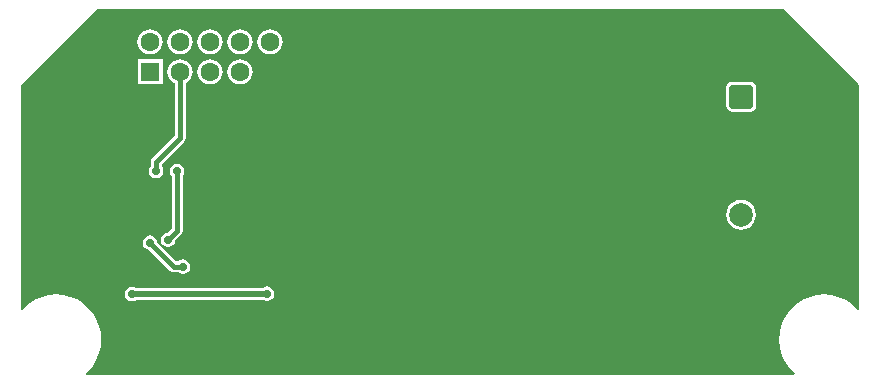
<source format=gbl>
G04*
G04 #@! TF.GenerationSoftware,Altium Limited,Altium Designer,20.1.7 (139)*
G04*
G04 Layer_Physical_Order=2*
G04 Layer_Color=16711680*
%FSLAX25Y25*%
%MOIN*%
G70*
G04*
G04 #@! TF.SameCoordinates,E1A335BD-9FE3-4FE6-8923-20F36EF7B3F0*
G04*
G04*
G04 #@! TF.FilePolarity,Positive*
G04*
G01*
G75*
%ADD45C,0.01575*%
%ADD47C,0.01968*%
%ADD49C,0.07874*%
G04:AMPARAMS|DCode=50|XSize=78.74mil|YSize=78.74mil|CornerRadius=7.87mil|HoleSize=0mil|Usage=FLASHONLY|Rotation=270.000|XOffset=0mil|YOffset=0mil|HoleType=Round|Shape=RoundedRectangle|*
%AMROUNDEDRECTD50*
21,1,0.07874,0.06299,0,0,270.0*
21,1,0.06299,0.07874,0,0,270.0*
1,1,0.01575,-0.03150,-0.03150*
1,1,0.01575,-0.03150,0.03150*
1,1,0.01575,0.03150,0.03150*
1,1,0.01575,0.03150,-0.03150*
%
%ADD50ROUNDEDRECTD50*%
%ADD51R,0.06299X0.06299*%
%ADD52C,0.06299*%
%ADD53C,0.02756*%
G36*
X283431Y100717D02*
Y25741D01*
X282962Y25568D01*
X282276Y26371D01*
X280484Y27902D01*
X278474Y29133D01*
X276296Y30035D01*
X274004Y30586D01*
X271654Y30771D01*
X269303Y30586D01*
X267011Y30035D01*
X264833Y29133D01*
X262823Y27902D01*
X261031Y26371D01*
X259500Y24578D01*
X258268Y22568D01*
X257366Y20390D01*
X256816Y18098D01*
X256631Y15748D01*
X256816Y13398D01*
X257366Y11106D01*
X258268Y8928D01*
X259500Y6918D01*
X261031Y5125D01*
X261833Y4440D01*
X261660Y3971D01*
X25741D01*
X25568Y4440D01*
X26371Y5125D01*
X27902Y6918D01*
X29133Y8928D01*
X30035Y11106D01*
X30586Y13398D01*
X30771Y15748D01*
X30586Y18098D01*
X30035Y20390D01*
X29133Y22568D01*
X27902Y24578D01*
X26371Y26371D01*
X24578Y27902D01*
X22568Y29133D01*
X20390Y30035D01*
X18098Y30586D01*
X15748Y30771D01*
X13398Y30586D01*
X11106Y30035D01*
X8928Y29133D01*
X6918Y27902D01*
X5125Y26371D01*
X4440Y25568D01*
X3971Y25741D01*
Y100717D01*
X29204Y125950D01*
X258198D01*
X283431Y100717D01*
D02*
G37*
%LPC*%
G36*
X87000Y119185D02*
X85917Y119043D01*
X84907Y118625D01*
X84040Y117959D01*
X83375Y117093D01*
X82957Y116083D01*
X82815Y115000D01*
X82957Y113917D01*
X83375Y112907D01*
X84040Y112040D01*
X84907Y111375D01*
X85917Y110957D01*
X87000Y110815D01*
X88083Y110957D01*
X89093Y111375D01*
X89960Y112040D01*
X90625Y112907D01*
X91043Y113917D01*
X91185Y115000D01*
X91043Y116083D01*
X90625Y117093D01*
X89960Y117959D01*
X89093Y118625D01*
X88083Y119043D01*
X87000Y119185D01*
D02*
G37*
G36*
X77000D02*
X75917Y119043D01*
X74907Y118625D01*
X74041Y117959D01*
X73375Y117093D01*
X72957Y116083D01*
X72815Y115000D01*
X72957Y113917D01*
X73375Y112907D01*
X74041Y112040D01*
X74907Y111375D01*
X75917Y110957D01*
X77000Y110815D01*
X78083Y110957D01*
X79093Y111375D01*
X79959Y112040D01*
X80625Y112907D01*
X81043Y113917D01*
X81185Y115000D01*
X81043Y116083D01*
X80625Y117093D01*
X79959Y117959D01*
X79093Y118625D01*
X78083Y119043D01*
X77000Y119185D01*
D02*
G37*
G36*
X67000D02*
X65917Y119043D01*
X64907Y118625D01*
X64040Y117959D01*
X63375Y117093D01*
X62957Y116083D01*
X62815Y115000D01*
X62957Y113917D01*
X63375Y112907D01*
X64040Y112040D01*
X64907Y111375D01*
X65917Y110957D01*
X67000Y110815D01*
X68083Y110957D01*
X69093Y111375D01*
X69959Y112040D01*
X70625Y112907D01*
X71043Y113917D01*
X71185Y115000D01*
X71043Y116083D01*
X70625Y117093D01*
X69959Y117959D01*
X69093Y118625D01*
X68083Y119043D01*
X67000Y119185D01*
D02*
G37*
G36*
X57000D02*
X55917Y119043D01*
X54907Y118625D01*
X54040Y117959D01*
X53375Y117093D01*
X52957Y116083D01*
X52815Y115000D01*
X52957Y113917D01*
X53375Y112907D01*
X54040Y112040D01*
X54907Y111375D01*
X55917Y110957D01*
X57000Y110815D01*
X58083Y110957D01*
X59093Y111375D01*
X59960Y112040D01*
X60625Y112907D01*
X61043Y113917D01*
X61185Y115000D01*
X61043Y116083D01*
X60625Y117093D01*
X59960Y117959D01*
X59093Y118625D01*
X58083Y119043D01*
X57000Y119185D01*
D02*
G37*
G36*
X47000D02*
X45917Y119043D01*
X44907Y118625D01*
X44041Y117959D01*
X43375Y117093D01*
X42957Y116083D01*
X42815Y115000D01*
X42957Y113917D01*
X43375Y112907D01*
X44041Y112040D01*
X44907Y111375D01*
X45917Y110957D01*
X47000Y110815D01*
X48083Y110957D01*
X49093Y111375D01*
X49959Y112040D01*
X50625Y112907D01*
X51043Y113917D01*
X51185Y115000D01*
X51043Y116083D01*
X50625Y117093D01*
X49959Y117959D01*
X49093Y118625D01*
X48083Y119043D01*
X47000Y119185D01*
D02*
G37*
G36*
X51150Y109150D02*
X42850D01*
Y100850D01*
X51150D01*
Y109150D01*
D02*
G37*
G36*
X77000Y109185D02*
X75917Y109043D01*
X74907Y108625D01*
X74041Y107959D01*
X73375Y107093D01*
X72957Y106083D01*
X72815Y105000D01*
X72957Y103917D01*
X73375Y102907D01*
X74041Y102041D01*
X74907Y101375D01*
X75917Y100957D01*
X77000Y100815D01*
X78083Y100957D01*
X79093Y101375D01*
X79959Y102041D01*
X80625Y102907D01*
X81043Y103917D01*
X81185Y105000D01*
X81043Y106083D01*
X80625Y107093D01*
X79959Y107959D01*
X79093Y108625D01*
X78083Y109043D01*
X77000Y109185D01*
D02*
G37*
G36*
X67000D02*
X65917Y109043D01*
X64907Y108625D01*
X64040Y107959D01*
X63375Y107093D01*
X62957Y106083D01*
X62815Y105000D01*
X62957Y103917D01*
X63375Y102907D01*
X64040Y102041D01*
X64907Y101375D01*
X65917Y100957D01*
X67000Y100815D01*
X68083Y100957D01*
X69093Y101375D01*
X69959Y102041D01*
X70625Y102907D01*
X71043Y103917D01*
X71185Y105000D01*
X71043Y106083D01*
X70625Y107093D01*
X69959Y107959D01*
X69093Y108625D01*
X68083Y109043D01*
X67000Y109185D01*
D02*
G37*
G36*
X247150Y101657D02*
X240850D01*
X240153Y101518D01*
X239562Y101123D01*
X239167Y100532D01*
X239028Y99835D01*
Y93535D01*
X239167Y92838D01*
X239562Y92247D01*
X240153Y91852D01*
X240850Y91713D01*
X247150D01*
X247847Y91852D01*
X248438Y92247D01*
X248833Y92838D01*
X248972Y93535D01*
Y99835D01*
X248833Y100532D01*
X248438Y101123D01*
X247847Y101518D01*
X247150Y101657D01*
D02*
G37*
G36*
X57000Y109185D02*
X55917Y109043D01*
X54907Y108625D01*
X54040Y107959D01*
X53375Y107093D01*
X52957Y106083D01*
X52815Y105000D01*
X52957Y103917D01*
X53375Y102907D01*
X54040Y102041D01*
X54907Y101375D01*
X55178Y101263D01*
Y83755D01*
X47711Y76289D01*
X47316Y75697D01*
X47178Y75000D01*
X47178Y75000D01*
Y73521D01*
X46760Y72896D01*
X46575Y71969D01*
X46760Y71041D01*
X47286Y70254D01*
X48072Y69728D01*
X49000Y69544D01*
X49928Y69728D01*
X50714Y70254D01*
X51240Y71041D01*
X51424Y71969D01*
X51240Y72896D01*
X50822Y73521D01*
Y74245D01*
X58289Y81711D01*
X58289Y81711D01*
X58684Y82303D01*
X58822Y83000D01*
X58822Y83000D01*
Y101263D01*
X59093Y101375D01*
X59960Y102041D01*
X60625Y102907D01*
X61043Y103917D01*
X61185Y105000D01*
X61043Y106083D01*
X60625Y107093D01*
X59960Y107959D01*
X59093Y108625D01*
X58083Y109043D01*
X57000Y109185D01*
D02*
G37*
G36*
X244000Y62295D02*
X242711Y62125D01*
X241510Y61627D01*
X240479Y60836D01*
X239687Y59805D01*
X239190Y58604D01*
X239020Y57315D01*
X239190Y56026D01*
X239687Y54825D01*
X240479Y53794D01*
X241510Y53003D01*
X242711Y52505D01*
X244000Y52335D01*
X245289Y52505D01*
X246490Y53003D01*
X247521Y53794D01*
X248312Y54825D01*
X248810Y56026D01*
X248980Y57315D01*
X248810Y58604D01*
X248312Y59805D01*
X247521Y60836D01*
X246490Y61627D01*
X245289Y62125D01*
X244000Y62295D01*
D02*
G37*
G36*
X56000Y74393D02*
X55072Y74208D01*
X54286Y73683D01*
X53760Y72896D01*
X53575Y71969D01*
X53760Y71041D01*
X54178Y70416D01*
Y52755D01*
X52809Y51387D01*
X52072Y51240D01*
X51286Y50714D01*
X50760Y49928D01*
X50576Y49000D01*
X50760Y48072D01*
X51286Y47286D01*
X52072Y46760D01*
X53000Y46575D01*
X53928Y46760D01*
X54714Y47286D01*
X55240Y48072D01*
X55387Y48809D01*
X57289Y50711D01*
X57684Y51303D01*
X57822Y52000D01*
X57822Y52000D01*
Y70416D01*
X58240Y71041D01*
X58425Y71969D01*
X58240Y72896D01*
X57714Y73683D01*
X56928Y74208D01*
X56000Y74393D01*
D02*
G37*
G36*
X47000Y50424D02*
X46072Y50240D01*
X45286Y49714D01*
X44760Y48928D01*
X44576Y48000D01*
X44760Y47072D01*
X45286Y46286D01*
X46072Y45760D01*
X46809Y45613D01*
X53711Y38711D01*
X53711Y38711D01*
X54303Y38316D01*
X55000Y38178D01*
X55000Y38178D01*
X56447D01*
X57072Y37760D01*
X58000Y37576D01*
X58928Y37760D01*
X59714Y38286D01*
X60240Y39072D01*
X60425Y40000D01*
X60240Y40928D01*
X59714Y41714D01*
X58928Y42240D01*
X58000Y42424D01*
X57072Y42240D01*
X56447Y41822D01*
X55755D01*
X49387Y48191D01*
X49240Y48928D01*
X48714Y49714D01*
X47928Y50240D01*
X47000Y50424D01*
D02*
G37*
G36*
X86000Y33424D02*
X85072Y33240D01*
X84748Y33023D01*
X42034D01*
X41928Y33094D01*
X41000Y33279D01*
X40072Y33094D01*
X39286Y32569D01*
X38760Y31782D01*
X38576Y30854D01*
X38760Y29926D01*
X39286Y29140D01*
X40072Y28614D01*
X41000Y28430D01*
X41928Y28614D01*
X42470Y28977D01*
X84748D01*
X85072Y28760D01*
X86000Y28576D01*
X86928Y28760D01*
X87714Y29286D01*
X88240Y30072D01*
X88424Y31000D01*
X88240Y31928D01*
X87714Y32714D01*
X86928Y33240D01*
X86000Y33424D01*
D02*
G37*
%LPD*%
D45*
X49000Y71969D02*
Y75000D01*
X57000Y83000D02*
Y105000D01*
X49000Y75000D02*
X57000Y83000D01*
X47000Y48000D02*
X55000Y40000D01*
X58000D01*
X53000Y49000D02*
X56000Y52000D01*
Y71969D01*
D47*
X41146Y31000D02*
X86000D01*
X41000Y30854D02*
X41146Y31000D01*
D49*
X244000Y57315D02*
D03*
D50*
Y96685D02*
D03*
D51*
X47000Y105000D02*
D03*
D52*
Y115000D02*
D03*
X57000Y105000D02*
D03*
Y115000D02*
D03*
X67000Y105000D02*
D03*
Y115000D02*
D03*
X77000Y105000D02*
D03*
Y115000D02*
D03*
X87000Y105000D02*
D03*
Y115000D02*
D03*
D53*
X64000Y47000D02*
D03*
X49000Y71969D02*
D03*
X28000Y59000D02*
D03*
X40000Y64000D02*
D03*
X53000Y49000D02*
D03*
X56000Y71969D02*
D03*
X203000Y6000D02*
D03*
X219000Y107000D02*
D03*
X86000Y31000D02*
D03*
X34000Y28000D02*
D03*
X58000Y40000D02*
D03*
X43000D02*
D03*
X28000Y79000D02*
D03*
X83000Y58000D02*
D03*
X162000Y56000D02*
D03*
X127000Y94000D02*
D03*
X42000Y79000D02*
D03*
X50000Y63000D02*
D03*
X227000Y14000D02*
D03*
X257000Y6000D02*
D03*
X281000Y31000D02*
D03*
X226000Y22000D02*
D03*
X281000Y100000D02*
D03*
X251000Y103000D02*
D03*
X257000Y123000D02*
D03*
X169000Y49000D02*
D03*
X244000Y20000D02*
D03*
X197000Y118000D02*
D03*
X189000Y10000D02*
D03*
X198000Y19000D02*
D03*
X176000Y118000D02*
D03*
X112000Y9000D02*
D03*
X108000Y44000D02*
D03*
X41000Y30854D02*
D03*
X47000Y48000D02*
D03*
X166000Y103000D02*
D03*
X155000Y73000D02*
D03*
X76000Y79000D02*
D03*
X57500Y20000D02*
D03*
X212000Y28969D02*
D03*
X215000Y123000D02*
D03*
X90000Y20000D02*
D03*
M02*

</source>
